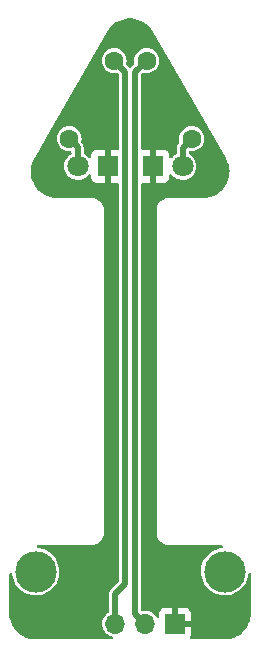
<source format=gtl>
G04 #@! TF.GenerationSoftware,KiCad,Pcbnew,6.0.5-a6ca702e91~116~ubuntu20.04.1*
G04 #@! TF.CreationDate,2022-06-20T08:25:11+02:00*
G04 #@! TF.ProjectId,traffic_lights_train,74726166-6669-4635-9f6c-69676874735f,1.0*
G04 #@! TF.SameCoordinates,Original*
G04 #@! TF.FileFunction,Copper,L1,Top*
G04 #@! TF.FilePolarity,Positive*
%FSLAX46Y46*%
G04 Gerber Fmt 4.6, Leading zero omitted, Abs format (unit mm)*
G04 Created by KiCad (PCBNEW 6.0.5-a6ca702e91~116~ubuntu20.04.1) date 2022-06-20 08:25:11*
%MOMM*%
%LPD*%
G01*
G04 APERTURE LIST*
G04 Aperture macros list*
%AMHorizOval*
0 Thick line with rounded ends*
0 $1 width*
0 $2 $3 position (X,Y) of the first rounded end (center of the circle)*
0 $4 $5 position (X,Y) of the second rounded end (center of the circle)*
0 Add line between two ends*
20,1,$1,$2,$3,$4,$5,0*
0 Add two circle primitives to create the rounded ends*
1,1,$1,$2,$3*
1,1,$1,$4,$5*%
G04 Aperture macros list end*
G04 #@! TA.AperFunction,ComponentPad*
%ADD10R,1.800000X1.800000*%
G04 #@! TD*
G04 #@! TA.AperFunction,ComponentPad*
%ADD11C,1.800000*%
G04 #@! TD*
G04 #@! TA.AperFunction,ComponentPad*
%ADD12R,1.700000X1.700000*%
G04 #@! TD*
G04 #@! TA.AperFunction,ComponentPad*
%ADD13O,1.700000X1.700000*%
G04 #@! TD*
G04 #@! TA.AperFunction,ComponentPad*
%ADD14C,1.600000*%
G04 #@! TD*
G04 #@! TA.AperFunction,ComponentPad*
%ADD15HorizOval,1.600000X0.000000X0.000000X0.000000X0.000000X0*%
G04 #@! TD*
G04 #@! TA.AperFunction,ComponentPad*
%ADD16HorizOval,1.600000X0.000000X0.000000X0.000000X0.000000X0*%
G04 #@! TD*
G04 #@! TA.AperFunction,ViaPad*
%ADD17C,3.500000*%
G04 #@! TD*
G04 #@! TA.AperFunction,Conductor*
%ADD18C,0.500000*%
G04 #@! TD*
G04 #@! TA.AperFunction,Conductor*
%ADD19C,0.250000*%
G04 #@! TD*
G04 APERTURE END LIST*
D10*
X108585000Y-59690000D03*
D11*
X106045000Y-59690000D03*
D10*
X112395000Y-59690000D03*
D11*
X114935000Y-59690000D03*
D12*
X114300000Y-98425000D03*
D13*
X111760000Y-98425000D03*
X109220000Y-98425000D03*
D14*
X109150000Y-50750000D03*
D15*
X105340000Y-57349114D03*
D14*
X115705000Y-57349557D03*
D16*
X111895000Y-50750443D03*
D17*
X118500000Y-94000000D03*
X102500000Y-94000000D03*
D18*
X106045000Y-58054114D02*
X105340000Y-57349114D01*
X106045000Y-59690000D02*
X106045000Y-58054114D01*
X114935000Y-59690000D02*
X114935000Y-58119557D01*
X114935000Y-58119557D02*
X115705000Y-57349557D01*
X110069999Y-95035001D02*
X110069999Y-51669999D01*
X109220000Y-95885000D02*
X109220000Y-98425000D01*
X110069999Y-51669999D02*
X109150000Y-50750000D01*
X109220000Y-95885000D02*
X110069999Y-95035001D01*
X111760000Y-98425000D02*
X110910000Y-97575000D01*
X110910000Y-51735443D02*
X111895000Y-50750443D01*
X110910000Y-97575000D02*
X110910000Y-51735443D01*
X114300000Y-94535000D02*
X114300000Y-98425000D01*
X111840000Y-92075000D02*
X111840000Y-62030000D01*
D19*
X111760000Y-92075000D02*
X111760000Y-62110000D01*
D18*
X111840000Y-62030000D02*
X112395000Y-61475000D01*
X112395000Y-61475000D02*
X112395000Y-59690000D01*
X114300000Y-94535000D02*
X111840000Y-92075000D01*
G04 #@! TA.AperFunction,Conductor*
G36*
X110625884Y-47169715D02*
G01*
X110884843Y-47201781D01*
X110900079Y-47204630D01*
X111153123Y-47268273D01*
X111167906Y-47272975D01*
X111411217Y-47367234D01*
X111425311Y-47373718D01*
X111655197Y-47497164D01*
X111668387Y-47505331D01*
X111881353Y-47656087D01*
X111893430Y-47665805D01*
X112086269Y-47841601D01*
X112097060Y-47852730D01*
X112266831Y-48050888D01*
X112276176Y-48063263D01*
X112404984Y-48257654D01*
X112409778Y-48267422D01*
X112410085Y-48267245D01*
X112416291Y-48277994D01*
X112420279Y-48289743D01*
X112428460Y-48299071D01*
X112428460Y-48299072D01*
X112428903Y-48299577D01*
X112443311Y-48319690D01*
X118595925Y-58984773D01*
X118606096Y-59007232D01*
X118610343Y-59019743D01*
X118618524Y-59029073D01*
X118624729Y-59039820D01*
X118624422Y-59039997D01*
X118630485Y-59049034D01*
X118734431Y-59257785D01*
X118740477Y-59272068D01*
X118815323Y-59484462D01*
X118827196Y-59518156D01*
X118831442Y-59533078D01*
X118887263Y-59787966D01*
X118889643Y-59803296D01*
X118913718Y-60063119D01*
X118914195Y-60078624D01*
X118906160Y-60339418D01*
X118904729Y-60354865D01*
X118864705Y-60612707D01*
X118861386Y-60627862D01*
X118789979Y-60878830D01*
X118784823Y-60893461D01*
X118683118Y-61133750D01*
X118676203Y-61147637D01*
X118545740Y-61373605D01*
X118537171Y-61386537D01*
X118379928Y-61594760D01*
X118369835Y-61606541D01*
X118194211Y-61787661D01*
X118188191Y-61793869D01*
X118176726Y-61804320D01*
X117973448Y-61967896D01*
X117960787Y-61976859D01*
X117738942Y-62114220D01*
X117725274Y-62121560D01*
X117488227Y-62230618D01*
X117473762Y-62236222D01*
X117225110Y-62315324D01*
X117210073Y-62319106D01*
X116953574Y-62367054D01*
X116938194Y-62368958D01*
X116705445Y-62383314D01*
X116694581Y-62382581D01*
X116694581Y-62382935D01*
X116682171Y-62382935D01*
X116670000Y-62380514D01*
X116657103Y-62383079D01*
X116632524Y-62385500D01*
X113787476Y-62385500D01*
X113762897Y-62383079D01*
X113750000Y-62380514D01*
X113739688Y-62382565D01*
X113735459Y-62382935D01*
X113734448Y-62382935D01*
X113732850Y-62383163D01*
X113574904Y-62396982D01*
X113569591Y-62398406D01*
X113569589Y-62398406D01*
X113522900Y-62410916D01*
X113405128Y-62442473D01*
X113245832Y-62516755D01*
X113241330Y-62519907D01*
X113241327Y-62519909D01*
X113241326Y-62519910D01*
X113101853Y-62617569D01*
X112977569Y-62741853D01*
X112974416Y-62746356D01*
X112880481Y-62880511D01*
X112876755Y-62885832D01*
X112802473Y-63045128D01*
X112756982Y-63214904D01*
X112743164Y-63372845D01*
X112742935Y-63374448D01*
X112742935Y-63375459D01*
X112742565Y-63379688D01*
X112740514Y-63390000D01*
X112742935Y-63402170D01*
X112743079Y-63402894D01*
X112745500Y-63427476D01*
X112745500Y-90712524D01*
X112743079Y-90737103D01*
X112740514Y-90750000D01*
X112742565Y-90760312D01*
X112742935Y-90764541D01*
X112742935Y-90765552D01*
X112743163Y-90767150D01*
X112756982Y-90925096D01*
X112802473Y-91094872D01*
X112804795Y-91099852D01*
X112804796Y-91099854D01*
X112872713Y-91245500D01*
X112876755Y-91254169D01*
X112977569Y-91398147D01*
X113101853Y-91522431D01*
X113106356Y-91525584D01*
X113241327Y-91620091D01*
X113241330Y-91620093D01*
X113245832Y-91623245D01*
X113405128Y-91697527D01*
X113522900Y-91729084D01*
X113569589Y-91741594D01*
X113569591Y-91741594D01*
X113574904Y-91743018D01*
X113732850Y-91756837D01*
X113734448Y-91757065D01*
X113735459Y-91757065D01*
X113739688Y-91757435D01*
X113750000Y-91759486D01*
X113762897Y-91756921D01*
X113787476Y-91754500D01*
X118240540Y-91754500D01*
X118308661Y-91774502D01*
X118355154Y-91828158D01*
X118365258Y-91898432D01*
X118335764Y-91963012D01*
X118276038Y-92001396D01*
X118256334Y-92005506D01*
X118252568Y-92005982D01*
X118248128Y-92006226D01*
X118243768Y-92007093D01*
X118243762Y-92007094D01*
X118107296Y-92034239D01*
X117969715Y-92061606D01*
X117965505Y-92063084D01*
X117965503Y-92063085D01*
X117914996Y-92080822D01*
X117701884Y-92155662D01*
X117697933Y-92157715D01*
X117697927Y-92157717D01*
X117453926Y-92284465D01*
X117449976Y-92286517D01*
X117446361Y-92289100D01*
X117446355Y-92289104D01*
X117404214Y-92319219D01*
X117219020Y-92451561D01*
X117013623Y-92647501D01*
X117010867Y-92650997D01*
X117010866Y-92650998D01*
X116976291Y-92694856D01*
X116837882Y-92870426D01*
X116835645Y-92874278D01*
X116697540Y-93112042D01*
X116697537Y-93112048D01*
X116695306Y-93115889D01*
X116693636Y-93120012D01*
X116590411Y-93374861D01*
X116590408Y-93374869D01*
X116588738Y-93378993D01*
X116520305Y-93654488D01*
X116491372Y-93936876D01*
X116493852Y-94000000D01*
X116498935Y-94129367D01*
X116502516Y-94220524D01*
X116553516Y-94499772D01*
X116643353Y-94769048D01*
X116679786Y-94841961D01*
X116728954Y-94940361D01*
X116770236Y-95022980D01*
X116931631Y-95256500D01*
X117124320Y-95464950D01*
X117127774Y-95467762D01*
X117341001Y-95641356D01*
X117341005Y-95641359D01*
X117344458Y-95644170D01*
X117587652Y-95790585D01*
X117591747Y-95792319D01*
X117591749Y-95792320D01*
X117776140Y-95870399D01*
X117849049Y-95901272D01*
X117853342Y-95902410D01*
X117853347Y-95902412D01*
X117996898Y-95940473D01*
X118123435Y-95974024D01*
X118405334Y-96007389D01*
X118689122Y-96000701D01*
X118693517Y-95999969D01*
X118693522Y-95999969D01*
X118964734Y-95954827D01*
X118964738Y-95954826D01*
X118969136Y-95954094D01*
X119233776Y-95870399D01*
X119235544Y-95869840D01*
X119235546Y-95869839D01*
X119239790Y-95868497D01*
X119243801Y-95866571D01*
X119243806Y-95866569D01*
X119491665Y-95747549D01*
X119491666Y-95747548D01*
X119495684Y-95745619D01*
X119651724Y-95641356D01*
X119728002Y-95590389D01*
X119728006Y-95590386D01*
X119731710Y-95587911D01*
X119735027Y-95584940D01*
X119735031Y-95584937D01*
X119939845Y-95401490D01*
X119943161Y-95398520D01*
X120125817Y-95181225D01*
X120128174Y-95177446D01*
X120273669Y-94944152D01*
X120273671Y-94944149D01*
X120276033Y-94940361D01*
X120390813Y-94680734D01*
X120467866Y-94407525D01*
X120494621Y-94208328D01*
X120523514Y-94143476D01*
X120582881Y-94104540D01*
X120653874Y-94103881D01*
X120713954Y-94141708D01*
X120744046Y-94206012D01*
X120745500Y-94225101D01*
X120745500Y-97462524D01*
X120743079Y-97487103D01*
X120740514Y-97500000D01*
X120742935Y-97512172D01*
X120742935Y-97524580D01*
X120742615Y-97524580D01*
X120743355Y-97535456D01*
X120729588Y-97763057D01*
X120727754Y-97778161D01*
X120681624Y-98029885D01*
X120677983Y-98044658D01*
X120631329Y-98194378D01*
X120601846Y-98288991D01*
X120596451Y-98303214D01*
X120515513Y-98483053D01*
X120491421Y-98536584D01*
X120484350Y-98550057D01*
X120351951Y-98769069D01*
X120343308Y-98781590D01*
X120328484Y-98800512D01*
X120205265Y-98957791D01*
X120185481Y-98983043D01*
X120175391Y-98994432D01*
X119994432Y-99175391D01*
X119983043Y-99185481D01*
X119781590Y-99343308D01*
X119769069Y-99351951D01*
X119605565Y-99450794D01*
X119555240Y-99481217D01*
X119550057Y-99484350D01*
X119536586Y-99491420D01*
X119303214Y-99596451D01*
X119288996Y-99601844D01*
X119112162Y-99656948D01*
X119044658Y-99677983D01*
X119029885Y-99681624D01*
X118778161Y-99727754D01*
X118763057Y-99729588D01*
X118535456Y-99743355D01*
X118524580Y-99742615D01*
X118524580Y-99742935D01*
X118512172Y-99742935D01*
X118500000Y-99740514D01*
X118487103Y-99743079D01*
X118462524Y-99745500D01*
X115684156Y-99745500D01*
X115616035Y-99725498D01*
X115569542Y-99671842D01*
X115559438Y-99601568D01*
X115583329Y-99543937D01*
X115594784Y-99528652D01*
X115603324Y-99513054D01*
X115648478Y-99392606D01*
X115652105Y-99377351D01*
X115657631Y-99326486D01*
X115658000Y-99319672D01*
X115658000Y-98697115D01*
X115653525Y-98681876D01*
X115652135Y-98680671D01*
X115644452Y-98679000D01*
X114172000Y-98679000D01*
X114103879Y-98658998D01*
X114057386Y-98605342D01*
X114046000Y-98553000D01*
X114046000Y-98152885D01*
X114554000Y-98152885D01*
X114558475Y-98168124D01*
X114559865Y-98169329D01*
X114567548Y-98171000D01*
X115639884Y-98171000D01*
X115655123Y-98166525D01*
X115656328Y-98165135D01*
X115657999Y-98157452D01*
X115657999Y-97530331D01*
X115657629Y-97523510D01*
X115652105Y-97472648D01*
X115648479Y-97457396D01*
X115603324Y-97336946D01*
X115594786Y-97321351D01*
X115518285Y-97219276D01*
X115505724Y-97206715D01*
X115403649Y-97130214D01*
X115388054Y-97121676D01*
X115267606Y-97076522D01*
X115252351Y-97072895D01*
X115201486Y-97067369D01*
X115194672Y-97067000D01*
X114572115Y-97067000D01*
X114556876Y-97071475D01*
X114555671Y-97072865D01*
X114554000Y-97080548D01*
X114554000Y-98152885D01*
X114046000Y-98152885D01*
X114046000Y-97085116D01*
X114041525Y-97069877D01*
X114040135Y-97068672D01*
X114032452Y-97067001D01*
X113405331Y-97067001D01*
X113398510Y-97067371D01*
X113347648Y-97072895D01*
X113332396Y-97076521D01*
X113211946Y-97121676D01*
X113196351Y-97130214D01*
X113094276Y-97206715D01*
X113081715Y-97219276D01*
X113005214Y-97321351D01*
X112996676Y-97336946D01*
X112951522Y-97457394D01*
X112947895Y-97472649D01*
X112942369Y-97523514D01*
X112942000Y-97530328D01*
X112942000Y-97785160D01*
X112921998Y-97853281D01*
X112868342Y-97899774D01*
X112798068Y-97909878D01*
X112733488Y-97880384D01*
X112708567Y-97850994D01*
X112708331Y-97850608D01*
X112705776Y-97845428D01*
X112694919Y-97830888D01*
X112645999Y-97765377D01*
X112584320Y-97682779D01*
X112485341Y-97591283D01*
X112439503Y-97548911D01*
X112435258Y-97544987D01*
X112430375Y-97541906D01*
X112430371Y-97541903D01*
X112284728Y-97450010D01*
X112263581Y-97436667D01*
X112075039Y-97361446D01*
X112069379Y-97360320D01*
X112069375Y-97360319D01*
X111881613Y-97322971D01*
X111881610Y-97322971D01*
X111875946Y-97321844D01*
X111870171Y-97321768D01*
X111870167Y-97321768D01*
X111768793Y-97320441D01*
X111672971Y-97319187D01*
X111667274Y-97320166D01*
X111667273Y-97320166D01*
X111561838Y-97338283D01*
X111491314Y-97330106D01*
X111436406Y-97285099D01*
X111414500Y-97214103D01*
X111414500Y-61224000D01*
X111434502Y-61155879D01*
X111488158Y-61109386D01*
X111540500Y-61098000D01*
X112122885Y-61098000D01*
X112138124Y-61093525D01*
X112139329Y-61092135D01*
X112141000Y-61084452D01*
X112141000Y-61079884D01*
X112649000Y-61079884D01*
X112653475Y-61095123D01*
X112654865Y-61096328D01*
X112662548Y-61097999D01*
X113339669Y-61097999D01*
X113346490Y-61097629D01*
X113397352Y-61092105D01*
X113412604Y-61088479D01*
X113533054Y-61043324D01*
X113548649Y-61034786D01*
X113650724Y-60958285D01*
X113663285Y-60945724D01*
X113739786Y-60843649D01*
X113748324Y-60828054D01*
X113793478Y-60707606D01*
X113797105Y-60692351D01*
X113802631Y-60641486D01*
X113803000Y-60634672D01*
X113803000Y-60485365D01*
X113823002Y-60417244D01*
X113876658Y-60370751D01*
X113946932Y-60360647D01*
X114011512Y-60390141D01*
X114031895Y-60412642D01*
X114053350Y-60443000D01*
X114205337Y-60591059D01*
X114210133Y-60594264D01*
X114210136Y-60594266D01*
X114352186Y-60689180D01*
X114381760Y-60708941D01*
X114387063Y-60711219D01*
X114387066Y-60711221D01*
X114468908Y-60746383D01*
X114576711Y-60792699D01*
X114652750Y-60809905D01*
X114778025Y-60838252D01*
X114778030Y-60838253D01*
X114783662Y-60839527D01*
X114789433Y-60839754D01*
X114789435Y-60839754D01*
X114854911Y-60842326D01*
X114995681Y-60847857D01*
X115100674Y-60832634D01*
X115199953Y-60818239D01*
X115199958Y-60818238D01*
X115205667Y-60817410D01*
X115211131Y-60815555D01*
X115211136Y-60815554D01*
X115304240Y-60783949D01*
X115406589Y-60749207D01*
X115480873Y-60707606D01*
X115586670Y-60648357D01*
X115586674Y-60648354D01*
X115591717Y-60645530D01*
X115754852Y-60509852D01*
X115890530Y-60346717D01*
X115893354Y-60341674D01*
X115893357Y-60341670D01*
X115991383Y-60166632D01*
X115991384Y-60166630D01*
X115994207Y-60161589D01*
X116062410Y-59960667D01*
X116074545Y-59876979D01*
X116092324Y-59754355D01*
X116092857Y-59750681D01*
X116094446Y-59690000D01*
X116075031Y-59478708D01*
X116017436Y-59274492D01*
X115923590Y-59084191D01*
X115875465Y-59019743D01*
X115800089Y-58918803D01*
X115800088Y-58918802D01*
X115796636Y-58914179D01*
X115792400Y-58910263D01*
X115645066Y-58774069D01*
X115645063Y-58774067D01*
X115640826Y-58770150D01*
X115498264Y-58680200D01*
X115451326Y-58626934D01*
X115439500Y-58573639D01*
X115439500Y-58521832D01*
X115459502Y-58453711D01*
X115513158Y-58407218D01*
X115580419Y-58396718D01*
X115648600Y-58404848D01*
X115682809Y-58408927D01*
X115688944Y-58408455D01*
X115688946Y-58408455D01*
X115882856Y-58393534D01*
X115882860Y-58393533D01*
X115888998Y-58393061D01*
X116088178Y-58337449D01*
X116093682Y-58334669D01*
X116093684Y-58334668D01*
X116267262Y-58246988D01*
X116267264Y-58246987D01*
X116272763Y-58244209D01*
X116435722Y-58116891D01*
X116439748Y-58112227D01*
X116439751Y-58112224D01*
X116566819Y-57965014D01*
X116566820Y-57965012D01*
X116570848Y-57960346D01*
X116625214Y-57864645D01*
X116669950Y-57785897D01*
X116669952Y-57785893D01*
X116672995Y-57780536D01*
X116717189Y-57647684D01*
X116736325Y-57590158D01*
X116736326Y-57590155D01*
X116738270Y-57584310D01*
X116764189Y-57379143D01*
X116764602Y-57349557D01*
X116744422Y-57143746D01*
X116684651Y-56945774D01*
X116587565Y-56763182D01*
X116583674Y-56758412D01*
X116583672Y-56758408D01*
X116460758Y-56607700D01*
X116460755Y-56607697D01*
X116456863Y-56602925D01*
X116452114Y-56598996D01*
X116302271Y-56475035D01*
X116302266Y-56475032D01*
X116297522Y-56471107D01*
X116292103Y-56468177D01*
X116292100Y-56468175D01*
X116121032Y-56375679D01*
X116121027Y-56375677D01*
X116115612Y-56372749D01*
X115918063Y-56311597D01*
X115911938Y-56310953D01*
X115911937Y-56310953D01*
X115718526Y-56290625D01*
X115718524Y-56290625D01*
X115712397Y-56289981D01*
X115586229Y-56301463D01*
X115512591Y-56308164D01*
X115512590Y-56308164D01*
X115506450Y-56308723D01*
X115308066Y-56367111D01*
X115302601Y-56369968D01*
X115130261Y-56460065D01*
X115130257Y-56460068D01*
X115124801Y-56462920D01*
X114963635Y-56592500D01*
X114830708Y-56750917D01*
X114731082Y-56932135D01*
X114668553Y-57129253D01*
X114645501Y-57334763D01*
X114662806Y-57540835D01*
X114664506Y-57546763D01*
X114672977Y-57576305D01*
X114672528Y-57647300D01*
X114640954Y-57700132D01*
X114628206Y-57712880D01*
X114618766Y-57720422D01*
X114619089Y-57720802D01*
X114612253Y-57726620D01*
X114604661Y-57731410D01*
X114598719Y-57738138D01*
X114569329Y-57771416D01*
X114563983Y-57777103D01*
X114552649Y-57788437D01*
X114549964Y-57792020D01*
X114549962Y-57792022D01*
X114546447Y-57796712D01*
X114540062Y-57804555D01*
X114508999Y-57839727D01*
X114505186Y-57847849D01*
X114503346Y-57850650D01*
X114494937Y-57864645D01*
X114493315Y-57867608D01*
X114487930Y-57874793D01*
X114484777Y-57883203D01*
X114484776Y-57883205D01*
X114471454Y-57918739D01*
X114467530Y-57928052D01*
X114447583Y-57970539D01*
X114446201Y-57979413D01*
X114445215Y-57982640D01*
X114441075Y-57998423D01*
X114440354Y-58001701D01*
X114437202Y-58010109D01*
X114436537Y-58019060D01*
X114433724Y-58056914D01*
X114432570Y-58066961D01*
X114430500Y-58080254D01*
X114430500Y-58095619D01*
X114430154Y-58104956D01*
X114426493Y-58154224D01*
X114428366Y-58162999D01*
X114428959Y-58171695D01*
X114430500Y-58186295D01*
X114430500Y-58575031D01*
X114410498Y-58643152D01*
X114368923Y-58683316D01*
X114253495Y-58751988D01*
X114249155Y-58755794D01*
X114249151Y-58755797D01*
X114098309Y-58888083D01*
X114093968Y-58891890D01*
X114090393Y-58896425D01*
X114090392Y-58896426D01*
X114027949Y-58975634D01*
X113970067Y-59016747D01*
X113899147Y-59020041D01*
X113837705Y-58984469D01*
X113805248Y-58921326D01*
X113802999Y-58897628D01*
X113802999Y-58745331D01*
X113802629Y-58738510D01*
X113797105Y-58687648D01*
X113793479Y-58672396D01*
X113748324Y-58551946D01*
X113739786Y-58536351D01*
X113663285Y-58434276D01*
X113650724Y-58421715D01*
X113548649Y-58345214D01*
X113533054Y-58336676D01*
X113412606Y-58291522D01*
X113397351Y-58287895D01*
X113346486Y-58282369D01*
X113339672Y-58282000D01*
X112667115Y-58282000D01*
X112651876Y-58286475D01*
X112650671Y-58287865D01*
X112649000Y-58295548D01*
X112649000Y-61079884D01*
X112141000Y-61079884D01*
X112141000Y-58300116D01*
X112136525Y-58284877D01*
X112135135Y-58283672D01*
X112127452Y-58282001D01*
X111540500Y-58282001D01*
X111472379Y-58261999D01*
X111425886Y-58208343D01*
X111414500Y-58156001D01*
X111414500Y-51996604D01*
X111434502Y-51928483D01*
X111451405Y-51907509D01*
X111542233Y-51816681D01*
X111604545Y-51782655D01*
X111658383Y-51782715D01*
X111661612Y-51783425D01*
X111667466Y-51785327D01*
X111872809Y-51809813D01*
X111878944Y-51809341D01*
X111878946Y-51809341D01*
X112072856Y-51794420D01*
X112072860Y-51794419D01*
X112078998Y-51793947D01*
X112278178Y-51738335D01*
X112283682Y-51735555D01*
X112283684Y-51735554D01*
X112457262Y-51647874D01*
X112457264Y-51647873D01*
X112462763Y-51645095D01*
X112625722Y-51517777D01*
X112629748Y-51513113D01*
X112629751Y-51513110D01*
X112756819Y-51365900D01*
X112756820Y-51365898D01*
X112760848Y-51361232D01*
X112862995Y-51181422D01*
X112907189Y-51048570D01*
X112926325Y-50991044D01*
X112926326Y-50991041D01*
X112928270Y-50985196D01*
X112954189Y-50780029D01*
X112954602Y-50750443D01*
X112934422Y-50544632D01*
X112874651Y-50346660D01*
X112777565Y-50164068D01*
X112773674Y-50159298D01*
X112773672Y-50159294D01*
X112650758Y-50008586D01*
X112650755Y-50008583D01*
X112646863Y-50003811D01*
X112642114Y-49999882D01*
X112492271Y-49875921D01*
X112492266Y-49875918D01*
X112487522Y-49871993D01*
X112482103Y-49869063D01*
X112482100Y-49869061D01*
X112311032Y-49776565D01*
X112311027Y-49776563D01*
X112305612Y-49773635D01*
X112108063Y-49712483D01*
X112101938Y-49711839D01*
X112101937Y-49711839D01*
X111908526Y-49691511D01*
X111908524Y-49691511D01*
X111902397Y-49690867D01*
X111776229Y-49702349D01*
X111702591Y-49709050D01*
X111702590Y-49709050D01*
X111696450Y-49709609D01*
X111498066Y-49767997D01*
X111492601Y-49770854D01*
X111320261Y-49860951D01*
X111320257Y-49860954D01*
X111314801Y-49863806D01*
X111153635Y-49993386D01*
X111020708Y-50151803D01*
X110921082Y-50333021D01*
X110858553Y-50530139D01*
X110835501Y-50735649D01*
X110852806Y-50941721D01*
X110854506Y-50947649D01*
X110862977Y-50977191D01*
X110862528Y-51048186D01*
X110830954Y-51101018D01*
X110612562Y-51319410D01*
X110550250Y-51353436D01*
X110479435Y-51348371D01*
X110428013Y-51312561D01*
X110410917Y-51292719D01*
X110410913Y-51292716D01*
X110405055Y-51285917D01*
X110397521Y-51281034D01*
X110390948Y-51275300D01*
X110379544Y-51266073D01*
X110216206Y-51102735D01*
X110182180Y-51040423D01*
X110182425Y-50987294D01*
X110183270Y-50984753D01*
X110184226Y-50977191D01*
X110208746Y-50783090D01*
X110209189Y-50779586D01*
X110209602Y-50750000D01*
X110189422Y-50544189D01*
X110129651Y-50346217D01*
X110081108Y-50254921D01*
X110035459Y-50169067D01*
X110035457Y-50169064D01*
X110032565Y-50163625D01*
X110028674Y-50158855D01*
X110028672Y-50158851D01*
X109905758Y-50008143D01*
X109905755Y-50008140D01*
X109901863Y-50003368D01*
X109889797Y-49993386D01*
X109747271Y-49875478D01*
X109747266Y-49875475D01*
X109742522Y-49871550D01*
X109737103Y-49868620D01*
X109737100Y-49868618D01*
X109566032Y-49776122D01*
X109566027Y-49776120D01*
X109560612Y-49773192D01*
X109363063Y-49712040D01*
X109356938Y-49711396D01*
X109356937Y-49711396D01*
X109163526Y-49691068D01*
X109163524Y-49691068D01*
X109157397Y-49690424D01*
X109031229Y-49701906D01*
X108957591Y-49708607D01*
X108957590Y-49708607D01*
X108951450Y-49709166D01*
X108753066Y-49767554D01*
X108747601Y-49770411D01*
X108575261Y-49860508D01*
X108575257Y-49860511D01*
X108569801Y-49863363D01*
X108408635Y-49992943D01*
X108275708Y-50151360D01*
X108176082Y-50332578D01*
X108113553Y-50529696D01*
X108112867Y-50535813D01*
X108112866Y-50535817D01*
X108091188Y-50729081D01*
X108090501Y-50735206D01*
X108107806Y-50941278D01*
X108164807Y-51140066D01*
X108167625Y-51145548D01*
X108167626Y-51145552D01*
X108256514Y-51318509D01*
X108256517Y-51318513D01*
X108259334Y-51323995D01*
X108387786Y-51486061D01*
X108392479Y-51490055D01*
X108392480Y-51490056D01*
X108419569Y-51513110D01*
X108545271Y-51620091D01*
X108725789Y-51720980D01*
X108922466Y-51784884D01*
X109127809Y-51809370D01*
X109133944Y-51808898D01*
X109133946Y-51808898D01*
X109327857Y-51793977D01*
X109327862Y-51793976D01*
X109333998Y-51793504D01*
X109339933Y-51791847D01*
X109377245Y-51781430D01*
X109448236Y-51782377D01*
X109500223Y-51813694D01*
X109528594Y-51842065D01*
X109562620Y-51904377D01*
X109565499Y-51931160D01*
X109565499Y-58156000D01*
X109545497Y-58224121D01*
X109491841Y-58270614D01*
X109439499Y-58282000D01*
X108857115Y-58282000D01*
X108841876Y-58286475D01*
X108840671Y-58287865D01*
X108839000Y-58295548D01*
X108839000Y-61079884D01*
X108843475Y-61095123D01*
X108844865Y-61096328D01*
X108852548Y-61097999D01*
X109439499Y-61097999D01*
X109507620Y-61118001D01*
X109554113Y-61171657D01*
X109565499Y-61223999D01*
X109565499Y-94773840D01*
X109545497Y-94841961D01*
X109528594Y-94862935D01*
X108913206Y-95478323D01*
X108903766Y-95485865D01*
X108904089Y-95486245D01*
X108897253Y-95492063D01*
X108889661Y-95496853D01*
X108883719Y-95503581D01*
X108854329Y-95536859D01*
X108848983Y-95542546D01*
X108837649Y-95553880D01*
X108834964Y-95557463D01*
X108834962Y-95557465D01*
X108831447Y-95562155D01*
X108825062Y-95569998D01*
X108793999Y-95605170D01*
X108790186Y-95613292D01*
X108788346Y-95616093D01*
X108779937Y-95630088D01*
X108778315Y-95633051D01*
X108772930Y-95640236D01*
X108769777Y-95648646D01*
X108769776Y-95648648D01*
X108756454Y-95684182D01*
X108752530Y-95693495D01*
X108732583Y-95735982D01*
X108731201Y-95744856D01*
X108730215Y-95748083D01*
X108726075Y-95763866D01*
X108725354Y-95767144D01*
X108722202Y-95775552D01*
X108721537Y-95784503D01*
X108718724Y-95822357D01*
X108717570Y-95832404D01*
X108715500Y-95845697D01*
X108715500Y-95861062D01*
X108715154Y-95870399D01*
X108711493Y-95919667D01*
X108713366Y-95928442D01*
X108713959Y-95937138D01*
X108715500Y-95951738D01*
X108715500Y-97368214D01*
X108695498Y-97436335D01*
X108653923Y-97476499D01*
X108572978Y-97524656D01*
X108572975Y-97524658D01*
X108568010Y-97527612D01*
X108563670Y-97531418D01*
X108563666Y-97531421D01*
X108461005Y-97621453D01*
X108415392Y-97661455D01*
X108289720Y-97820869D01*
X108287031Y-97825980D01*
X108287029Y-97825983D01*
X108274601Y-97849605D01*
X108195203Y-98000515D01*
X108135007Y-98194378D01*
X108111148Y-98395964D01*
X108124424Y-98598522D01*
X108125845Y-98604118D01*
X108125846Y-98604123D01*
X108167738Y-98769069D01*
X108174392Y-98795269D01*
X108176809Y-98800512D01*
X108214010Y-98881208D01*
X108259377Y-98979616D01*
X108376533Y-99145389D01*
X108521938Y-99287035D01*
X108526742Y-99290245D01*
X108580980Y-99326486D01*
X108690720Y-99399812D01*
X108696023Y-99402090D01*
X108696026Y-99402092D01*
X108784707Y-99440192D01*
X108877228Y-99479942D01*
X108950877Y-99496607D01*
X109012903Y-99531150D01*
X109046408Y-99593743D01*
X109040754Y-99664514D01*
X108997735Y-99720994D01*
X108931011Y-99745249D01*
X108923069Y-99745500D01*
X102537476Y-99745500D01*
X102512897Y-99743079D01*
X102500000Y-99740514D01*
X102487828Y-99742935D01*
X102475420Y-99742935D01*
X102475420Y-99742615D01*
X102464544Y-99743355D01*
X102236943Y-99729588D01*
X102221839Y-99727754D01*
X101970115Y-99681624D01*
X101955342Y-99677983D01*
X101887838Y-99656948D01*
X101711004Y-99601844D01*
X101696786Y-99596451D01*
X101463414Y-99491420D01*
X101449943Y-99484350D01*
X101444761Y-99481217D01*
X101394435Y-99450794D01*
X101230931Y-99351951D01*
X101218410Y-99343308D01*
X101016957Y-99185481D01*
X101005568Y-99175391D01*
X100824609Y-98994432D01*
X100814519Y-98983043D01*
X100794736Y-98957791D01*
X100671516Y-98800512D01*
X100656692Y-98781590D01*
X100648049Y-98769069D01*
X100515650Y-98550057D01*
X100508579Y-98536584D01*
X100484487Y-98483053D01*
X100403549Y-98303214D01*
X100398154Y-98288991D01*
X100368672Y-98194378D01*
X100322017Y-98044658D01*
X100318376Y-98029885D01*
X100272246Y-97778161D01*
X100270412Y-97763057D01*
X100256645Y-97535456D01*
X100257385Y-97524580D01*
X100257065Y-97524580D01*
X100257065Y-97512172D01*
X100259486Y-97500000D01*
X100256921Y-97487103D01*
X100254500Y-97462524D01*
X100254500Y-94253751D01*
X100274502Y-94185630D01*
X100328158Y-94139137D01*
X100398432Y-94129033D01*
X100463012Y-94158527D01*
X100501396Y-94218253D01*
X100504450Y-94231114D01*
X100553516Y-94499772D01*
X100643353Y-94769048D01*
X100679786Y-94841961D01*
X100728954Y-94940361D01*
X100770236Y-95022980D01*
X100931631Y-95256500D01*
X101124320Y-95464950D01*
X101127774Y-95467762D01*
X101341001Y-95641356D01*
X101341005Y-95641359D01*
X101344458Y-95644170D01*
X101587652Y-95790585D01*
X101591747Y-95792319D01*
X101591749Y-95792320D01*
X101776140Y-95870399D01*
X101849049Y-95901272D01*
X101853342Y-95902410D01*
X101853347Y-95902412D01*
X101996898Y-95940473D01*
X102123435Y-95974024D01*
X102405334Y-96007389D01*
X102689122Y-96000701D01*
X102693517Y-95999969D01*
X102693522Y-95999969D01*
X102964734Y-95954827D01*
X102964738Y-95954826D01*
X102969136Y-95954094D01*
X103233776Y-95870399D01*
X103235544Y-95869840D01*
X103235546Y-95869839D01*
X103239790Y-95868497D01*
X103243801Y-95866571D01*
X103243806Y-95866569D01*
X103491665Y-95747549D01*
X103491666Y-95747548D01*
X103495684Y-95745619D01*
X103651724Y-95641356D01*
X103728002Y-95590389D01*
X103728006Y-95590386D01*
X103731710Y-95587911D01*
X103735027Y-95584940D01*
X103735031Y-95584937D01*
X103939845Y-95401490D01*
X103943161Y-95398520D01*
X104125817Y-95181225D01*
X104128174Y-95177446D01*
X104273669Y-94944152D01*
X104273671Y-94944149D01*
X104276033Y-94940361D01*
X104390813Y-94680734D01*
X104467866Y-94407525D01*
X104493288Y-94218253D01*
X104505227Y-94129367D01*
X104505228Y-94129359D01*
X104505654Y-94126185D01*
X104509620Y-94000000D01*
X104489571Y-93716842D01*
X104429825Y-93439334D01*
X104331574Y-93173013D01*
X104196778Y-92923192D01*
X104028127Y-92694856D01*
X103828986Y-92492562D01*
X103755118Y-92436188D01*
X103606872Y-92323050D01*
X103606868Y-92323047D01*
X103603327Y-92320345D01*
X103355655Y-92181641D01*
X103351506Y-92180036D01*
X103351502Y-92180034D01*
X103191830Y-92118262D01*
X103090909Y-92079219D01*
X103086588Y-92078217D01*
X103086580Y-92078215D01*
X102904110Y-92035922D01*
X102814374Y-92015122D01*
X102709398Y-92006030D01*
X102643257Y-91980225D01*
X102601567Y-91922757D01*
X102597565Y-91851874D01*
X102632520Y-91790079D01*
X102695336Y-91756992D01*
X102720270Y-91754500D01*
X107212524Y-91754500D01*
X107237103Y-91756921D01*
X107250000Y-91759486D01*
X107260312Y-91757435D01*
X107264541Y-91757065D01*
X107265552Y-91757065D01*
X107267150Y-91756837D01*
X107425096Y-91743018D01*
X107430409Y-91741594D01*
X107430411Y-91741594D01*
X107589562Y-91698950D01*
X107589564Y-91698949D01*
X107594872Y-91697527D01*
X107666721Y-91664023D01*
X107749188Y-91625568D01*
X107749191Y-91625566D01*
X107754169Y-91623245D01*
X107898147Y-91522431D01*
X108022431Y-91398147D01*
X108123245Y-91254169D01*
X108127288Y-91245500D01*
X108195204Y-91099854D01*
X108195205Y-91099852D01*
X108197527Y-91094872D01*
X108243018Y-90925096D01*
X108256837Y-90767150D01*
X108257065Y-90765552D01*
X108257065Y-90764541D01*
X108257435Y-90760312D01*
X108259486Y-90750000D01*
X108256921Y-90737103D01*
X108254500Y-90712524D01*
X108254500Y-63427476D01*
X108256921Y-63402894D01*
X108257065Y-63402170D01*
X108259486Y-63390000D01*
X108257435Y-63379688D01*
X108257065Y-63375459D01*
X108257065Y-63374448D01*
X108256836Y-63372845D01*
X108243018Y-63214904D01*
X108197527Y-63045128D01*
X108123245Y-62885832D01*
X108119520Y-62880511D01*
X108025584Y-62746356D01*
X108022431Y-62741853D01*
X107898147Y-62617569D01*
X107754169Y-62516755D01*
X107749191Y-62514434D01*
X107749188Y-62514432D01*
X107599854Y-62444796D01*
X107599852Y-62444795D01*
X107594872Y-62442473D01*
X107589564Y-62441051D01*
X107589562Y-62441050D01*
X107430411Y-62398406D01*
X107430409Y-62398406D01*
X107425096Y-62396982D01*
X107267150Y-62383163D01*
X107265552Y-62382935D01*
X107264541Y-62382935D01*
X107260312Y-62382565D01*
X107250000Y-62380514D01*
X107237103Y-62383079D01*
X107212524Y-62385500D01*
X104367476Y-62385500D01*
X104342897Y-62383079D01*
X104330000Y-62380514D01*
X104317829Y-62382935D01*
X104305419Y-62382935D01*
X104305419Y-62382581D01*
X104294555Y-62383314D01*
X104061806Y-62368958D01*
X104046426Y-62367054D01*
X103789927Y-62319106D01*
X103774890Y-62315324D01*
X103526238Y-62236222D01*
X103511773Y-62230618D01*
X103274726Y-62121560D01*
X103261058Y-62114220D01*
X103039213Y-61976859D01*
X103026552Y-61967896D01*
X102823274Y-61804320D01*
X102811809Y-61793869D01*
X102805790Y-61787661D01*
X102630165Y-61606541D01*
X102620072Y-61594760D01*
X102462829Y-61386537D01*
X102454260Y-61373605D01*
X102323797Y-61147637D01*
X102316882Y-61133750D01*
X102215177Y-60893461D01*
X102210021Y-60878830D01*
X102138614Y-60627862D01*
X102135295Y-60612707D01*
X102095271Y-60354865D01*
X102093840Y-60339418D01*
X102085805Y-60078624D01*
X102086282Y-60063119D01*
X102110357Y-59803296D01*
X102112737Y-59787966D01*
X102168558Y-59533078D01*
X102172804Y-59518156D01*
X102184678Y-59484462D01*
X102259523Y-59272068D01*
X102265569Y-59257785D01*
X102369515Y-59049034D01*
X102375579Y-59039996D01*
X102375272Y-59039819D01*
X102381477Y-59029071D01*
X102389657Y-59019743D01*
X102393646Y-59007992D01*
X102393647Y-59007991D01*
X102394080Y-59006716D01*
X102404074Y-58984567D01*
X103349919Y-57334320D01*
X104280501Y-57334320D01*
X104297806Y-57540392D01*
X104354807Y-57739180D01*
X104357625Y-57744662D01*
X104357626Y-57744666D01*
X104446514Y-57917623D01*
X104446517Y-57917627D01*
X104449334Y-57923109D01*
X104577786Y-58085175D01*
X104582479Y-58089169D01*
X104582480Y-58089170D01*
X104648405Y-58145276D01*
X104735271Y-58219205D01*
X104915789Y-58320094D01*
X105112466Y-58383998D01*
X105317809Y-58408484D01*
X105323944Y-58408012D01*
X105323947Y-58408012D01*
X105404834Y-58401788D01*
X105474288Y-58416505D01*
X105524760Y-58466436D01*
X105540500Y-58527417D01*
X105540500Y-58575031D01*
X105520498Y-58643152D01*
X105478923Y-58683316D01*
X105363495Y-58751988D01*
X105359155Y-58755794D01*
X105359151Y-58755797D01*
X105208309Y-58888083D01*
X105203968Y-58891890D01*
X105200393Y-58896425D01*
X105200392Y-58896426D01*
X105087350Y-59039819D01*
X105072607Y-59058520D01*
X104973812Y-59246299D01*
X104910891Y-59448938D01*
X104885951Y-59659649D01*
X104899829Y-59871377D01*
X104952058Y-60077031D01*
X105040890Y-60269723D01*
X105163350Y-60443000D01*
X105315337Y-60591059D01*
X105320133Y-60594264D01*
X105320136Y-60594266D01*
X105462186Y-60689180D01*
X105491760Y-60708941D01*
X105497063Y-60711219D01*
X105497066Y-60711221D01*
X105578908Y-60746383D01*
X105686711Y-60792699D01*
X105762750Y-60809905D01*
X105888025Y-60838252D01*
X105888030Y-60838253D01*
X105893662Y-60839527D01*
X105899433Y-60839754D01*
X105899435Y-60839754D01*
X105964911Y-60842326D01*
X106105681Y-60847857D01*
X106210674Y-60832634D01*
X106309953Y-60818239D01*
X106309958Y-60818238D01*
X106315667Y-60817410D01*
X106321131Y-60815555D01*
X106321136Y-60815554D01*
X106414240Y-60783949D01*
X106516589Y-60749207D01*
X106590873Y-60707606D01*
X106696670Y-60648357D01*
X106696674Y-60648354D01*
X106701717Y-60645530D01*
X106864852Y-60509852D01*
X106954128Y-60402509D01*
X107013065Y-60362927D01*
X107084047Y-60361491D01*
X107144537Y-60398658D01*
X107175330Y-60462629D01*
X107177001Y-60483080D01*
X107177001Y-60634669D01*
X107177371Y-60641490D01*
X107182895Y-60692352D01*
X107186521Y-60707604D01*
X107231676Y-60828054D01*
X107240214Y-60843649D01*
X107316715Y-60945724D01*
X107329276Y-60958285D01*
X107431351Y-61034786D01*
X107446946Y-61043324D01*
X107567394Y-61088478D01*
X107582649Y-61092105D01*
X107633514Y-61097631D01*
X107640328Y-61098000D01*
X108312885Y-61098000D01*
X108328124Y-61093525D01*
X108329329Y-61092135D01*
X108331000Y-61084452D01*
X108331000Y-58300116D01*
X108326525Y-58284877D01*
X108325135Y-58283672D01*
X108317452Y-58282001D01*
X107640331Y-58282001D01*
X107633510Y-58282371D01*
X107582648Y-58287895D01*
X107567396Y-58291521D01*
X107446946Y-58336676D01*
X107431351Y-58345214D01*
X107329276Y-58421715D01*
X107316715Y-58434276D01*
X107240214Y-58536351D01*
X107231676Y-58551946D01*
X107186522Y-58672394D01*
X107182895Y-58687649D01*
X107177369Y-58738514D01*
X107177000Y-58745328D01*
X107177000Y-58896918D01*
X107156998Y-58965039D01*
X107103342Y-59011532D01*
X107033068Y-59021636D01*
X106968488Y-58992142D01*
X106950042Y-58972307D01*
X106910089Y-58918803D01*
X106910088Y-58918802D01*
X106906636Y-58914179D01*
X106902400Y-58910263D01*
X106755066Y-58774069D01*
X106755063Y-58774067D01*
X106750826Y-58770150D01*
X106608264Y-58680200D01*
X106561326Y-58626934D01*
X106549500Y-58573639D01*
X106549500Y-58124744D01*
X106550842Y-58112736D01*
X106550346Y-58112696D01*
X106551066Y-58103745D01*
X106553047Y-58094991D01*
X106549742Y-58041721D01*
X106549500Y-58033919D01*
X106549500Y-58017888D01*
X106548035Y-58007655D01*
X106547004Y-57997595D01*
X106545326Y-57970539D01*
X106544098Y-57950756D01*
X106541050Y-57942313D01*
X106540371Y-57939034D01*
X106536416Y-57923169D01*
X106535473Y-57919945D01*
X106534201Y-57911062D01*
X106530487Y-57902893D01*
X106530485Y-57902887D01*
X106514775Y-57868335D01*
X106510961Y-57858966D01*
X106498077Y-57823277D01*
X106495028Y-57814830D01*
X106489731Y-57807580D01*
X106488154Y-57804613D01*
X106479907Y-57790500D01*
X106478102Y-57787677D01*
X106474388Y-57779509D01*
X106443753Y-57743956D01*
X106437475Y-57736050D01*
X106429527Y-57725170D01*
X106418665Y-57714308D01*
X106412306Y-57707459D01*
X106400207Y-57693417D01*
X106370894Y-57628754D01*
X106372693Y-57585600D01*
X106373270Y-57583867D01*
X106374226Y-57576305D01*
X106398746Y-57382204D01*
X106399189Y-57378700D01*
X106399602Y-57349114D01*
X106379422Y-57143303D01*
X106319651Y-56945331D01*
X106271108Y-56854035D01*
X106225459Y-56768181D01*
X106225457Y-56768178D01*
X106222565Y-56762739D01*
X106218674Y-56757969D01*
X106218672Y-56757965D01*
X106095758Y-56607257D01*
X106095755Y-56607254D01*
X106091863Y-56602482D01*
X106079797Y-56592500D01*
X105937271Y-56474592D01*
X105937266Y-56474589D01*
X105932522Y-56470664D01*
X105927103Y-56467734D01*
X105927100Y-56467732D01*
X105756032Y-56375236D01*
X105756027Y-56375234D01*
X105750612Y-56372306D01*
X105553063Y-56311154D01*
X105546938Y-56310510D01*
X105546937Y-56310510D01*
X105353526Y-56290182D01*
X105353524Y-56290182D01*
X105347397Y-56289538D01*
X105221229Y-56301020D01*
X105147591Y-56307721D01*
X105147590Y-56307721D01*
X105141450Y-56308280D01*
X104943066Y-56366668D01*
X104937601Y-56369525D01*
X104765261Y-56459622D01*
X104765257Y-56459625D01*
X104759801Y-56462477D01*
X104598635Y-56592057D01*
X104465708Y-56750474D01*
X104366082Y-56931692D01*
X104303553Y-57128810D01*
X104302867Y-57134927D01*
X104302866Y-57134931D01*
X104281188Y-57328195D01*
X104280501Y-57334320D01*
X103349919Y-57334320D01*
X108516741Y-48319591D01*
X108531324Y-48299172D01*
X108531410Y-48299074D01*
X108539593Y-48289743D01*
X108543582Y-48277991D01*
X108549787Y-48267244D01*
X108550094Y-48267421D01*
X108554888Y-48257654D01*
X108683696Y-48063263D01*
X108693041Y-48050888D01*
X108862812Y-47852730D01*
X108873603Y-47841601D01*
X109066442Y-47665805D01*
X109078519Y-47656087D01*
X109291485Y-47505331D01*
X109304675Y-47497164D01*
X109534561Y-47373718D01*
X109548655Y-47367234D01*
X109791966Y-47272975D01*
X109806749Y-47268273D01*
X110059793Y-47204630D01*
X110075029Y-47201781D01*
X110333988Y-47169715D01*
X110349473Y-47168760D01*
X110610399Y-47168760D01*
X110625884Y-47169715D01*
G37*
G04 #@! TD.AperFunction*
M02*

</source>
